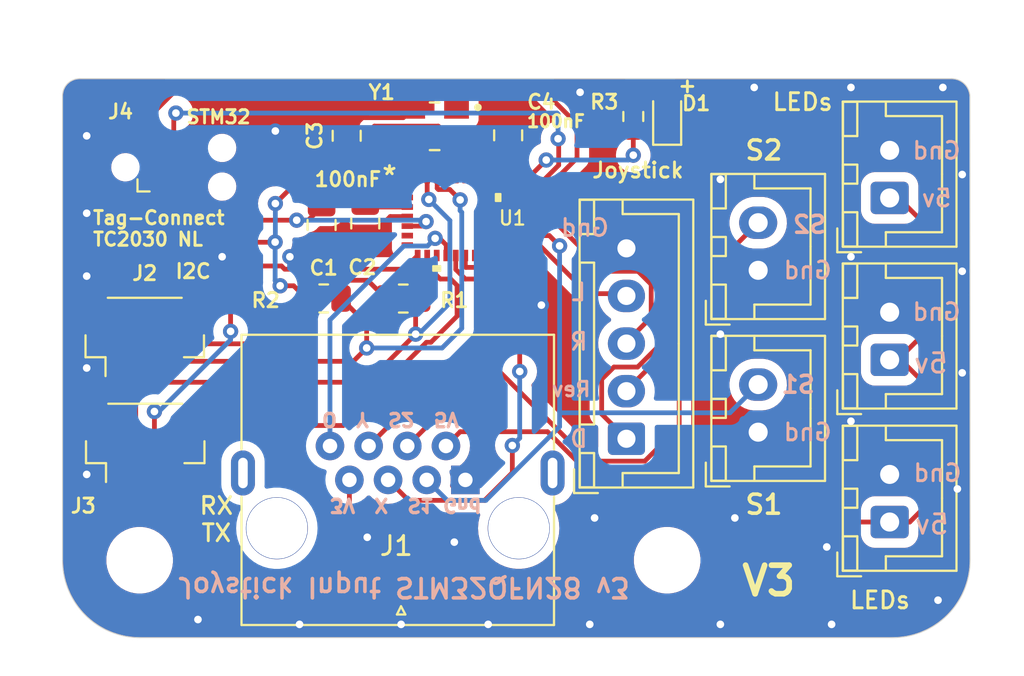
<source format=kicad_pcb>
(kicad_pcb (version 20221018) (generator pcbnew)
  (layers (0 "F.Cu" signal) (31 "B.Cu" signal) (34 "B.Paste" user) (35 "F.Paste" user) (36 "B.SilkS" user "B.Silkscreen") (37 "F.SilkS" user "F.Silkscreen") (38 "B.Mask" user) (39 "F.Mask" user) (44 "Edge.Cuts" user))
  (net 0 "")
  (net 1 "GND")
  (net 2 "+5V")
  (net 3 "+3V3")
  (net 4 "Other")
  (net 5 "JoyY")
  (net 6 "JoyX")
  (net 7 "Sound2")
  (net 8 "Sound1")
  (net 9 "LeftButton")
  (net 10 "DriveButton")
  (net 11 "RightButton")
  (net 12 "ReverseButton")
  (net 13 "SDA")
  (net 14 "SCL")
  (net 15 "TX")
  (net 16 "RX")
  (net 17 "/RESET")
  (net 18 "SWDIO")
  (net 19 "SWCLK")
  (net 21 "OscillatorIn")
  (net 30 "Net-(D1-A)")
  (net 31 "USER_LED")
  (footprint "MountingHole:MountingHole_3mm" (layer "F.Cu") (at 164.338 110.678)
    (fp_text reference "" (at 0 -4) (layer "F.SilkS"))
    (fp_text value "")
    (pad "" np_thru_hole circle (at 0 0) (size 3 3) (drill 3) (layers "*.Cu" "*.Mask"))
  )
  (footprint "MountingHole:MountingHole_3mm" (layer "F.Cu") (at 136.638 110.678)
    (fp_text reference "" (at 0 -4) (layer "F.SilkS"))
    (fp_text value "")
    (pad "" np_thru_hole circle (at 0 0) (size 3 3) (drill 3) (layers "*.Cu" "*.Mask"))
  )
  (footprint "Resistor_SMD:R_0805_2012Metric" (layer "F.Cu") (at 146.304 96.93148 180)
    (fp_text reference "R1" (at -6.858 -0.09652) (layer "F.SilkS") (effects (font (size 0.75 0.75))))
    (fp_text value "10K")
    (pad "1" smd roundrect (at -0.9125 0 180) (size 1.025 1.4) (layers "F.Cu" "F.Paste" "F.Mask") (roundrect_rratio 0.243902439) (net 14 "SCL"))
    (pad "2" smd roundrect (at 0.9125 0 180) (size 1.025 1.4) (layers "F.Cu" "F.Paste" "F.Mask") (roundrect_rratio 0.243902439) (net 3 "+3V3"))
  )
  (footprint "Resistor_SMD:R_0805_2012Metric" (layer "F.Cu") (at 150.4823 96.93656 180)
    (fp_text reference "R2" (at 7.2263 -0.09144) (layer "F.SilkS") (effects (font (size 0.75 0.75))))
    (fp_text value "10K")
    (pad "1" smd roundrect (at -0.9125 0 180) (size 1.025 1.4) (layers "F.Cu" "F.Paste" "F.Mask") (roundrect_rratio 0.243902439) (net 13 "SDA"))
    (pad "2" smd roundrect (at 0.9125 0 180) (size 1.025 1.4) (layers "F.Cu" "F.Paste" "F.Mask") (roundrect_rratio 0.243902439) (net 3 "+3V3"))
  )
  (footprint "Capacitor_SMD:C_0805_2012Metric" (layer "F.Cu") (at 146.19224 93.07322 -90)
    (fp_text reference "C1" (at 2.25298 -0.11176) (layer "F.SilkS") (effects (font (size 0.75 0.75))))
    (fp_text value "100nF")
    (pad "1" smd roundrect (at -0.95 0 270) (size 1 1.45) (layers "F.Cu" "F.Paste" "F.Mask") (net 17 "/RESET"))
    (pad "2" smd roundrect (at 0.95 0 270) (size 1 1.45) (layers "F.Cu" "F.Paste" "F.Mask") (net 1 "GND"))
  )
  (footprint "Capacitor_SMD:C_0805_2012Metric" (layer "F.Cu") (at 148.48586 92.99448 -90)
    (fp_text reference "C2" (at 2.30632 0.14986) (layer "F.SilkS") (effects (font (size 0.75 0.75))))
    (fp_text value "100nF")
    (pad "1" smd roundrect (at -0.95 0 270) (size 1 1.45) (layers "F.Cu" "F.Paste" "F.Mask") (net 3 "+3V3"))
    (pad "2" smd roundrect (at 0.95 0 270) (size 1 1.45) (layers "F.Cu" "F.Paste" "F.Mask") (net 1 "GND"))
  )
  (footprint "Capacitor_SMD:C_0805_2012Metric" (layer "F.Cu") (at 147.5105 88.38946 90)
    (fp_text reference "C3" (at 0 -1.68 90) (layer "F.SilkS") (effects (font (size 0.75 0.75))))
    (fp_text value "10uF")
    (pad "1" smd roundrect (at -0.95 0 90) (size 1 1.45) (layers "F.Cu" "F.Paste" "F.Mask") (net 3 "+3V3"))
    (pad "2" smd roundrect (at 0.95 0 90) (size 1 1.45) (layers "F.Cu" "F.Paste" "F.Mask") (net 1 "GND"))
  )
  (footprint "Connector_JST:JST_SH_BM04B-SRSS-TB_1x04-1MP_P1.00mm_Vertical" (layer "F.Cu") (at 136.906 98.9076)
    (fp_text reference "J2" (at 0 -3.3) (layer "F.SilkS") (effects (font (size 0.75 0.75))))
    (fp_text value "Conn_01x04_Male")
    (pad "1" smd roundrect (at -1.5 1.325) (size 0.6 1.55) (layers "F.Cu" "F.Paste" "F.Mask") (net 1 "GND"))
    (pad "2" smd roundrect (at -0.5 1.325) (size 0.6 1.55) (layers "F.Cu" "F.Paste" "F.Mask") (net 3 "+3V3"))
    (pad "3" smd roundrect (at 0.5 1.325) (size 0.6 1.55) (layers "F.Cu" "F.Paste" "F.Mask") (net 13 "SDA"))
    (pad "4" smd roundrect (at 1.5 1.325) (size 0.6 1.55) (layers "F.Cu" "F.Paste" "F.Mask") (net 14 "SCL"))
    (pad "MP" smd roundrect (at -2.8 -1.2) (size 1.2 1.8) (layers "F.Cu" "F.Paste" "F.Mask") (roundrect_rratio 0.2083333333))
    (pad "MP" smd roundrect (at 2.8 -1.2) (size 1.2 1.8) (layers "F.Cu" "F.Paste" "F.Mask") (roundrect_rratio 0.2083333333))
  )
  (footprint "Connector_JST:JST_SH_BM04B-SRSS-TB_1x04-1MP_P1.00mm_Vertical" (layer "F.Cu") (at 136.9314 104.4702)
    (fp_text reference "J3" (at -3.2512 3.3528) (layer "F.SilkS") (effects (font (size 0.75 0.75))))
    (fp_text value "Conn_01x04_Male")
    (pad "1" smd roundrect (at -1.5 1.325) (size 0.6 1.55) (layers "F.Cu" "F.Paste" "F.Mask") (net 1 "GND"))
    (pad "2" smd roundrect (at -0.5 1.325) (size 0.6 1.55) (layers "F.Cu" "F.Paste" "F.Mask") (net 3 "+3V3"))
    (pad "3" smd roundrect (at 0.5 1.325) (size 0.6 1.55) (layers "F.Cu" "F.Paste" "F.Mask") (net 15 "TX"))
    (pad "4" smd roundrect (at 1.5 1.325) (size 0.6 1.55) (layers "F.Cu" "F.Paste" "F.Mask") (net 16 "RX"))
    (pad "MP" smd roundrect (at -2.8 -1.2) (size 1.2 1.8) (layers "F.Cu" "F.Paste" "F.Mask") (roundrect_rratio 0.2083333333))
    (pad "MP" smd roundrect (at 2.8 -1.2) (size 1.2 1.8) (layers "F.Cu" "F.Paste" "F.Mask") (roundrect_rratio 0.2083333333))
  )
  (footprint "Connector:Tag-Connect_TC2030-IDC-NL_2x03_P1.27mm_Vertical" (layer "F.Cu") (at 138.43 90.043)
    (fp_text reference "J4" (at -2.794 -2.921) (layer "F.SilkS") (effects (font (size 0.75 0.75))))
    (fp_text value "TagConnect_TC2030-NL")
    (pad "" np_thru_hole circle (at -2.54 0) (size 0.9906 0.9906) (drill 0.9906) (layers "*.Cu" "*.Mask"))
    (pad "" np_thru_hole circle (at 2.54 -1.016) (size 0.9906 0.9906) (drill 0.9906) (layers "*.Cu" "*.Mask"))
    (pad "" np_thru_hole circle (at 2.54 1.016) (size 0.9906 0.9906) (drill 0.9906) (layers "*.Cu" "*.Mask"))
    (pad "1" connect circle (at -1.27 0.635) (size 0.7874 0.7874) (layers "F.Cu" "F.Mask") (net 3 "+3V3"))
    (pad "2" connect circle (at -1.27 -0.635) (size 0.7874 0.7874) (layers "F.Cu" "F.Mask") (net 18 "SWDIO"))
    (pad "3" connect circle (at 0 0.635) (size 0.7874 0.7874) (layers "F.Cu" "F.Mask") (net 17 "/RESET"))
    (pad "4" connect circle (at 0 -0.635) (size 0.7874 0.7874) (layers "F.Cu" "F.Mask") (net 19 "SWCLK"))
    (pad "5" connect circle (at 1.27 0.635) (size 0.7874 0.7874) (layers "F.Cu" "F.Mask") (net 1 "GND"))
    (pad "6" connect circle (at 1.27 -0.635) (size 0.7874 0.7874) (layers "F.Cu" "F.Mask"))
    (zone (net 0) (net_name "") (layer "F.Cu") (connect_pads (clearance 0)) (min_thickness 0.254)
      (keepout (tracks allowed) (vias not_allowed) (pads allowed) (copperpour not_allowed) (footprints not_allowed))
      (fill (thermal_gap 0.508) (thermal_bridge_width 0.508))
      (polygon (pts (xy 139.7 89.408) (xy 137.16 89.408) (xy 137.16 90.678) (xy 139.7 90.678)))
    )
  )
  (footprint "Useful Modifications:RJ45_x08_Tab_Up" (layer "F.Cu") (at 149.9616 110.0582)
    (fp_text reference "J1" (at 0.1524 -0.13208) (layer "F.SilkS"))
    (fp_text value "8P8C")
    (pad "" np_thru_hole circle (at -6.11832 -1.05918 180) (size 3.25 3.25) (drill 3.2) (layers "*.Cu" "*.Mask"))
    (pad "" np_thru_hole circle (at 6.58168 -1.05918 180) (size 3.25 3.25) (drill 3.200001) (layers "*.Cu" "*.Mask"))
    (pad "1" thru_hole rect (at 3.78098 -3.59918) (size 1.5 1.5) (drill 0.76) (layers "*.Cu" "*.Mask") (net 1 "GND"))
    (pad "2" thru_hole circle (at 2.76098 -5.37918) (size 1.5 1.5) (drill 0.76) (layers "*.Cu" "*.Mask") (net 2 "+5V"))
    (pad "3" thru_hole circle (at 1.75098 -3.59918) (size 1.5 1.5) (drill 0.76) (layers "*.Cu" "*.Mask") (net 8 "Sound1"))
    (pad "4" thru_hole circle (at 0.73098 -5.37918) (size 1.5 1.5) (drill 0.76) (layers "*.Cu" "*.Mask") (net 7 "Sound2"))
    (pad "5" thru_hole circle (at -0.27902 -3.59918) (size 1.5 1.5) (drill 0.76) (layers "*.Cu" "*.Mask") (net 6 "JoyX"))
    (pad "6" thru_hole circle (at -1.29902 -5.37918) (size 1.5 1.5) (drill 0.76) (layers "*.Cu" "*.Mask") (net 5 "JoyY"))
    (pad "7" thru_hole circle (at -2.30902 -3.59918) (size 1.5 1.5) (drill 0.76) (layers "*.Cu" "*.Mask") (net 3 "+3V3"))
    (pad "8" thru_hole circle (at -3.32902 -5.37918) (size 1.5 1.5) (drill 0.76) (layers "*.Cu" "*.Mask") (net 4 "Other"))
    (pad "9" thru_hole oval (at -7.89832 -3.96113 180) (size 1.259 2.362) (drill oval 0.5 1.6) (layers "*.Cu" "*.Mask"))
    (pad "10" thru_hole oval (at 8.36168 -3.96113 180) (size 1.259 2.362) (drill oval 0.5 1.6) (layers "*.Cu" "*.Mask"))
  )
  (footprint "Capacitor_SMD:C_0805_2012Metric" (layer "F.Cu") (at 155.98902 88.36406 -90)
    (fp_text reference "C4" (at -1.75006 -1.74498) (layer "F.SilkS") (effects (font (size 0.75 0.75))))
    (fp_text value "100nF")
    (pad "1" smd roundrect (at -0.95 0 270) (size 1 1.45) (layers "F.Cu" "F.Paste" "F.Mask") (net 1 "GND"))
    (pad "2" smd roundrect (at 0.95 0 270) (size 1 1.45) (layers "F.Cu" "F.Paste" "F.Mask") (net 3 "+3V3"))
  )
  (footprint "Useful Modifications:OSC_ECS-3225MVQ-160-BP-TR" (layer "F.Cu") (at 152.12822 87.89162 180)
    (fp_text reference "Y1" (at 2.77622 1.78562) (layer "F.SilkS") (effects (font (size 0.75 0.75))))
    (fp_text value "ECS-3225MVQ-160-BP-TR")
    (pad "1" smd rect (at -1.15 0.95 180) (size 1.3 1.1) (layers "F.Cu" "F.Paste" "F.Mask"))
    (pad "2" smd rect (at 1.15 0.95 180) (size 1.3 1.1) (layers "F.Cu" "F.Paste" "F.Mask") (net 1 "GND"))
    (pad "3" smd rect (at 1.15 -0.95 180) (size 1.3 1.1) (layers "F.Cu" "F.Paste" "F.Mask") (net 21 "OscillatorIn"))
    (pad "4" smd rect (at -1.15 -0.95 180) (size 1.3 1.1) (layers "F.Cu" "F.Paste" "F.Mask") (net 3 "+3V3"))
  )
  (footprint "Useful Modifications:STM32G031G8U6" (layer "F.Cu") (at 152.73782 92.63126)
    (fp_text reference "U1" (at 3.47218 0.07874) (layer "F.SilkS") (effects (font (size 0.75 0.7) (thickness 0.12) bold)))
    (fp_text value "STM32G031F4Px")
    (fp_text user "*" (at -2.979674 -2.13233) (layer "F.SilkS"))
    (pad "1" smd rect (at -2.0447 -1.50114 90) (size 0.299974 0.599948) (layers "F.Cu" "F.Paste" "F.Mask") (net 21 "OscillatorIn"))
    (pad "2" smd rect (at -2.0447 -1.00076 90) (size 0.299974 0.599948) (layers "F.Cu" "F.Paste" "F.Mask"))
    (pad "3" smd rect (at -2.0447 -0.50038 90) (size 0.299974 0.599948) (layers "F.Cu" "F.Paste" "F.Mask") (net 3 "+3V3"))
    (pad "4" smd rect (at -2.0447 0 90) (size 0.299974 0.599948) (layers "F.Cu" "F.Paste" "F.Mask") (net 1 "GND"))
    (pad "5" smd rect (at -2.0447 0.50038 90) (size 0.299974 0.599948) (layers "F.Cu" "F.Paste" "F.Mask") (net 17 "/RESET"))
    (pad "6" smd rect (at -2.0447 1.00076 90) (size 0.299974 0.599948) (layers "F.Cu" "F.Paste" "F.Mask"))
    (pad "7" smd rect (at -2.0447 1.50114 90) (size 0.299974 0.599948) (layers "F.Cu" "F.Paste" "F.Mask"))
    (pad "8" smd rect (at -1.50114 2.0447) (size 0.299974 0.599948) (layers "F.Cu" "F.Paste" "F.Mask") (net 15 "TX"))
    (pad "9" smd rect (at -1.00076 2.0447) (size 0.299974 0.599948) (layers "F.Cu" "F.Paste" "F.Mask") (net 16 "RX"))
    (pad "10" smd rect (at -0.50038 2.0447) (size 0.299974 0.599948) (layers "F.Cu" "F.Paste" "F.Mask"))
    (pad "11" smd rect (at 0 2.0447) (size 0.299974 0.599948) (layers "F.Cu" "F.Paste" "F.Mask") (net 4 "Other"))
    (pad "12" smd rect (at 0.50038 2.0447) (size 0.299974 0.599948) (layers "F.Cu" "F.Paste" "F.Mask") (net 5 "JoyY"))
    (pad "13" smd rect (at 1.00076 2.0447) (size 0.299974 0.599948) (layers "F.Cu" "F.Paste" "F.Mask") (net 7 "Sound2"))
    (pad "14" smd rect (at 1.50114 2.0447) (size 0.299974 0.599948) (layers "F.Cu" "F.Paste" "F.Mask") (net 6 "JoyX"))
    (pad "15" smd rect (at 2.0447 1.50114 90) (size 0.299974 0.599948) (layers "F.Cu" "F.Paste" "F.Mask") (net 9 "LeftButton"))
    (pad "16" smd rect (at 2.0447 1.00076 90) (size 0.299974 0.599948) (layers "F.Cu" "F.Paste" "F.Mask") (net 8 "Sound1"))
    (pad "17" smd rect (at 2.0447 0.50038 90) (size 0.299974 0.599948) (layers "F.Cu" "F.Paste" "F.Mask") (net 11 "RightButton"))
    (pad "18" smd rect (at 2.0447 0 90) (size 0.299974 0.599948) (layers "F.Cu" "F.Paste" "F.Mask") (net 10 "DriveButton"))
    (pad "19" smd rect (at 2.0447 -0.50038 90) (size 0.299974 0.599948) (layers "F.Cu" "F.Paste" "F.Mask") (net 12 "ReverseButton"))
    (pad "20" smd rect (at 2.0447 -1.00076 90) (size 0.299974 0.599948) (layers "F.Cu" "F.Paste" "F.Mask") (net 18 "SWDIO"))
    (pad "21" smd rect (at 2.0447 -1.50114 90) (size 0.299974 0.599948) (layers "F.Cu" "F.Paste" "F.Mask") (net 19 "SWCLK"))
    (pad "22" smd rect (at 1.50114 -2.0447) (size 0.299974 0.599948) (layers "F.Cu" "F.Paste" "F.Mask") (net 31 "USER_LED"))
    (pad "23" smd rect (at 1.00076 -2.0447) (size 0.299974 0.599948) (layers "F.Cu" "F.Paste" "F.Mask"))
    (pad "24" smd rect (at 0.50038 -2.0447) (size 0.299974 0.599948) (layers "F.Cu" "F.Paste" "F.Mask"))
    (pad "25" smd rect (at 0 -2.0447) (size 0.299974 0.599948) (layers "F.Cu" "F.Paste" "F.Mask"))
    (pad "26" smd rect (at -0.50038 -2.0447) (size 0.299974 0.599948) (layers "F.Cu" "F.Paste" "F.Mask") (net 14 "SCL"))
    (pad "27" smd rect (at -1.00076 -2.0447) (size 0.299974 0.599948) (layers "F.Cu" "F.Paste" "F.Mask") (net 13 "SDA"))
    (pad "28" smd rect (at -1.50114 -2.0447) (size 0.299974 0.599948) (layers "F.Cu" "F.Paste" "F.Mask"))
  )
  (footprint "Connector_JST:JST_XH_B5B-XH-A_1x05_P2.50mm_Vertical" (layer "F.Cu") (at 162.2 104.3 90)
    (fp_text reference "J5")
    (fp_text value "Conn_01x05_Male")
    (pad "1" thru_hole roundrect (at 0 0 90) (size 1.7 1.95) (drill 0.95) (layers "*.Cu" "*.Mask") (roundrect_rratio 0.1470588235) (net 10 "DriveButton"))
    (pad "2" thru_hole oval (at 2.5 0 90) (size 1.7 1.95) (drill 0.95) (layers "*.Cu" "*.Mask") (net 12 "ReverseButton"))
    (pad "3" thru_hole oval (at 5 0 90) (size 1.7 1.95) (drill 0.95) (layers "*.Cu" "*.Mask") (net 11 "RightButton"))
    (pad "4" thru_hole oval (at 7.5 0 90) (size 1.7 1.95) (drill 0.95) (layers "*.Cu" "*.Mask") (net 9 "LeftButton"))
    (pad "5" thru_hole oval (at 10 0 90) (size 1.7 1.95) (drill 0.95) (layers "*.Cu" "*.Mask") (net 1 "GND"))
  )
  (footprint "Connector_JST:JST_XH_B2B-XH-A_1x02_P2.50mm_Vertical" (layer "F.Cu") (at 169.118 103.954 90)
    (fp_text reference "J6")
    (fp_text value "Conn_01x02_Male")
    (pad "1" thru_hole roundrect (at 0 0 90) (size 1.7 2) (drill 1) (layers "*.Cu" "*.Mask") (roundrect_rratio 0.1470588235) (net 1 "GND"))
    (pad "2" thru_hole oval (at 2.5 0 90) (size 1.7 2) (drill 1) (layers "*.Cu" "*.Mask") (net 8 "Sound1"))
  )
  (footprint "Connector_JST:JST_XH_B2B-XH-A_1x02_P2.50mm_Vertical" (layer "F.Cu") (at 176.022 91.654 90)
    (fp_text reference "J7")
    (fp_text value "Conn_01x02_Male")
    (pad "1" thru_hole roundrect (at 0 0 90) (size 1.7 2) (drill 1) (layers "*.Cu" "*.Mask") (roundrect_rratio 0.1470588235) (net 2 "+5V"))
    (pad "2" thru_hole oval (at 2.5 0 90) (size 1.7 2) (drill 1) (layers "*.Cu" "*.Mask") (net 1 "GND"))
  )
  (footprint "Connector_JST:JST_XH_B2B-XH-A_1x02_P2.50mm_Vertical" (layer "F.Cu") (at 169.118 95.454 90)
    (fp_text reference "J8")
    (fp_text value "Conn_01x02_Male")
    (pad "1" thru_hole roundrect (at 0 0 90) (size 1.7 2) (drill 1) (layers "*.Cu" "*.Mask") (roundrect_rratio 0.1470588235) (net 1 "GND"))
    (pad "2" thru_hole oval (at 2.5 0 90) (size 1.7 2) (drill 1) (layers "*.Cu" "*.Mask") (net 7 "Sound2"))
  )
  (footprint "Connector_JST:JST_XH_B2B-XH-A_1x02_P2.50mm_Vertical" (layer "F.Cu") (at 176.022 100.154 90)
    (fp_text reference "J9")
    (fp_text value "Conn_01x02_Male")
    (pad "1" thru_hole roundrect (at 0 0 90) (size 1.7 2) (drill 1) (layers "*.Cu" "*.Mask") (roundrect_rratio 0.1470588235) (net 2 "+5V"))
    (pad "2" thru_hole oval (at 2.5 0 90) (size 1.7 2) (drill 1) (layers "*.Cu" "*.Mask") (net 1 "GND"))
  )
  (footprint "Connector_JST:JST_XH_B2B-XH-A_1x02_P2.50mm_Vertical" (layer "F.Cu") (at 176.022 108.672 90)
    (fp_text reference "J10")
    (fp_text value "Conn_01x02_Male")
    (pad "1" thru_hole roundrect (at 0 0 90) (size 1.7 2) (drill 1) (layers "*.Cu" "*.Mask") (roundrect_rratio 0.1470588235) (net 2 "+5V"))
    (pad "2" thru_hole oval (at 2.5 0 90) (size 1.7 2) (drill 1) (layers "*.Cu" "*.Mask") (net 1 "GND"))
  )
  (footprint "Resistor_SMD:R_0603_1608Metric" (layer "F.Cu") (at 162.56 87.376 -90)
    (fp_text reference "R3" (at -0.762 1.524 -180) (layer "F.SilkS") (effects (font (size 0.75 0.75))))
    (fp_text value "470")
    (pad "1" smd roundrect (at -0.825 0 270) (size 0.8 0.95) (layers "F.Cu" "F.Paste" "F.Mask") (net 30 "Net-(D1-A)"))
    (pad "2" smd roundrect (at 0.825 0 270) (size 0.8 0.95) (layers "F.Cu" "F.Paste" "F.Mask") (net 31 "USER_LED"))
  )
  (footprint "LED_SMD:LED_0603_1608Metric" (layer "F.Cu") (at 164.338 87.376 90)
    (fp_text reference "D1" (at 0.6858 1.524 180) (layer "F.SilkS") (effects (font (size 0.75 0.75))))
    (fp_text value "LED_Small")
    (pad "1" smd roundrect (at -0.7875 0 90) (size 0.875 0.95) (layers "F.Cu" "F.Paste" "F.Mask") (net 1 "GND"))
    (pad "2" smd roundrect (at 0.7875 0 90) (size 0.875 0.95) (layers "F.Cu" "F.Paste" "F.Mask") (net 30 "Net-(D1-A)"))
  )
  (gr_arc (start 136.652 114.7445) (mid 133.778318 113.554182) (end 132.588 110.6805) (stroke (width 0.05)) (layer "Edge.Cuts"))
  (gr_line (start 180.23994 86.36) (end 180.250164 110.6678) (stroke (width 0.05)) (layer "Edge.Cuts"))
  (gr_line (start 132.588 110.6805) (end 132.588 86.296602) (stroke (width 0.05)) (layer "Edge.Cuts"))
  (gr_arc (start 179.279873 85.389743) (mid 179.960853 85.676035) (end 180.23994 86.36) (stroke (width 0.05)) (layer "Edge.Cuts"))
  (gr_arc (start 180.250164 110.67034) (mid 179.048758 113.559322) (end 176.15308 114.7445) (stroke (width 0.05)) (layer "Edge.Cuts"))
  (gr_line (start 176.15308 114.7445) (end 136.652 114.7445) (stroke (width 0.05)) (layer "Edge.Cuts"))
  (gr_line (start 179.27982 85.38972) (end 133.489685 85.38972) (stroke (width 0.05)) (layer "Edge.Cuts"))
  (gr_arc (start 132.588 86.296602) (mid 132.850257 85.655657) (end 133.489685 85.38972) (stroke (width 0.05)) (layer "Edge.Cuts"))
  (gr_text "   3V  X  S1 Gnd\n\n\n\nO  Y  S2  5V" (at 149.8092 105.537 180) (layer "B.SilkS") (effects (font (size 0.7 0.7) (thickness 0.175)) (justify mirror)))
  (gr_text "Gnd" (at 178.4858 89.1686) (layer "B.SilkS") (effects (font (size 0.889 0.889) (thickness 0.1524)) (justify mirror)))
  (gr_text "Rev" (at 159.3 101.7) (layer "B.SilkS") (effects (font (size 0.762 0.762) (thickness 0.1524)) (justify mirror)))
  (gr_text "R" (at 159.7 99.2) (layer "B.SilkS") (effects (font (size 0.889 0.889) (thickness 0.1524)) (justify mirror)))
  (gr_text "D" (at 159.7 104.3) (layer "B.SilkS") (effects (font (size 0.889 0.889) (thickness 0.1524)) (justify mirror)))
  (gr_text "L" (at 159.7 96.6) (layer "B.SilkS") (effects (font (size 0.889 0.889) (thickness 0.1524)) (justify mirror)))
  (gr_text "Gnd" (at 160.02 93.218) (layer "B.SilkS") (effects (font (size 0.889 0.889) (thickness 0.1524)) (justify mirror)))
  (gr_text "S2" (at 171.818 93.054) (layer "B.SilkS") (effects (font (size 0.889 0.889) (thickness 0.1875)) (justify mirror)))
  (gr_text "5v" (at 178.4858 91.6686) (layer "B.SilkS") (effects (font (size 0.889 0.889) (thickness 0.1524)) (justify mirror)))
  (gr_text "Gnd" (at 171.718 103.954) (layer "B.SilkS") (effects (font (size 0.889 0.889) (thickness 0.1524)) (justify mirror)))
  (gr_text "Gnd" (at 178.5366 106.0958) (layer "B.SilkS") (effects (font (size 0.889 0.889) (thickness 0.1524)) (justify mirror)))
  (gr_text "Gnd" (at 178.4858 97.6376) (layer "B.SilkS") (effects (font (size 0.889 0.889) (thickness 0.1524)) (justify mirror)))
  (gr_text "Gnd" (at 171.718 95.454) (layer "B.SilkS") (effects (font (size 0.889 0.889) (thickness 0.1524)) (justify mirror)))
  (gr_text "Joystick Input STM32QFN28 v3" (at 150.5 112.1 180) (layer "B.SilkS") (effects (font (size 1.016 1.016) (thickness 0.1875)) (justify mirror)))
  (gr_text "5v" (at 178.1858 100.3376) (layer "B.SilkS") (effects (font (size 1.016 1.016) (thickness 0.1524)) (justify mirror)))
  (gr_text "S1" (at 171.218 101.454) (layer "B.SilkS") (effects (font (size 0.889 0.889) (thickness 0.1875)) (justify mirror)))
  (gr_text "5v" (at 178.2366 108.7958) (layer "B.SilkS") (effects (font (size 1.016 1.016) (thickness 0.1524)) (justify mirror)))
  (gr_text "I2C" (at 139.446 95.504) (layer "F.SilkS") (effects (font (size 0.75 0.75) (thickness 0.1524))))
  (gr_text "RX\nTX" (at 140.6652 108.5342) (layer "F.SilkS") (effects (font (size 0.889 0.889) (thickness 0.1524))))
  (gr_text "S2" (at 169.418 89.154) (layer "F.SilkS") (effects (font (size 1 1) (thickness 0.1875))))
  (gr_text "LEDs" (at 171.45 86.614) (layer "F.SilkS") (effects (font (size 0.889 0.889) (thickness 0.1524))))
  (gr_text "LEDs" (at 175.514 112.776) (layer "F.SilkS") (effects (font (size 0.889 0.889) (thickness 0.1524))))
  (gr_text "Joystick" (at 162.8 90.2) (layer "F.SilkS") (effects (font (size 0.8 0.8) (thickness 0.15) bold)))
  (gr_text "STM32" (at 139.0142 87.8078) (layer "F.SilkS") (effects (font (size 0.7 0.7)) (justify left bottom)))
  (gr_text "100nF" (at 147.574 90.678) (layer "F.SilkS") (effects (font (size 0.75 0.75) (thickness 0.15) bold)))
  (gr_text "100nF" (at 158.496 87.63) (layer "F.SilkS") (effects (font (size 0.65 0.65) (thickness 0.15) bold)))
  (gr_text "V3" (at 169.672 111.76) (layer "F.SilkS") (effects (font (size 1.5 1.5) (thickness 0.3))))
  (gr_text "Tag-Connect\nTC2030 NL" (at 134.112 94.234) (layer "F.SilkS") (effects (font (size 0.7 0.7)) (justify left bottom)))
  (gr_text "S1" (at 169.418 107.754) (layer "F.SilkS") (effects (font (size 1 1) (thickness 0.1875))))
  (gr_text "+" (at 165.9636 86.1822) (layer "F.SilkS") (effects (font (size 0.75 0.75) (thickness 0.15) bold) (justify left bottom mirror)))
  (segment (start 149.79908 92.63126) (end 148.48586 93.94448) (width 0.25) (layer "F.Cu") (net 1))
  (segment (start 143.764 89.662) (end 143.764 88.138) (width 0.25) (layer "F.Cu") (net 1))
  (segment (start 155.98902 87.41406) (end 154.97806 87.41406) (width 0.25) (layer "F.Cu") (net 1))
  (segment (start 151.81384 86.106) (end 150.97822 86.94162) (width 0.25) (layer "F.Cu") (net 1))
  (segment (start 154.97806 87.41406) (end 154.97806 86.93146) (width 0.25) (layer "F.Cu") (net 1))
  (segment (start 148.40712 94.02322) (end 148.48586 93.94448) (width 0.25) (layer "F.Cu") (net 1))
  (segment (start 147.5105 87.43946) (end 150.48038 87.43946) (width 0.25) (layer "F.Cu") (net 1))
  (segment (start 150.48038 87.43946) (end 150.97822 86.94162) (width 0.25) (layer "F.Cu") (net 1))
  (segment (start 139.7 90.678) (end 139.7 91.234775) (width 0.25) (layer "F.Cu") (net 1))
  (segment (start 139.7 91.234775) (end 140.667225 92.202) (width 0.25) (layer "F.Cu") (net 1))
  (segment (start 140.667225 92.202) (end 141.224 92.202) (width 0.25) (layer "F.Cu") (net 1))
  (segment (start 146.19224 94.02322) (end 145.24478 94.02322) (width 0.25) (layer "F.Cu") (net 1))
  (segment (start 154.1526 86.106) (end 151.81384 86.106) (width 0.25) (layer "F.Cu") (net 1))
  (segment (start 145.24478 94.02322) (end 144.526 94.742) (width 0.25) (layer "F.Cu") (net 1))
  (segment (start 144.46254 87.43946) (end 143.764 88.138) (width 0.25) (layer "F.Cu") (net 1))
  (segment (start 146.19224 94.02322) (end 148.40712 94.02322) (width 0.25) (layer "F.Cu") (net 1))
  (segment (start 147.5105 87.43946) (end 144.46254 87.43946) (width 0.25) (layer "F.Cu") (net 1))
  (segment (start 154.97806 86.93146) (end 154.1526 86.106) (width 0.25) (layer "F.Cu") (net 1))
  (segment (start 150.69312 92.63126) (end 149.79908 92.63126) (width 0.25) (layer "F.Cu") (net 1))
  (segment (start 141.224 92.202) (end 143.764 89.662) (width 0.25) (layer "F.Cu") (net 1))
  (via (at 133.858 92.456) (size 0.8) (drill 0.4) (layers "F.Cu" "B.Cu") (net 1))
  (via (at 148.59 109.474) (size 0.8) (drill 0.4) (layers "F.Cu" "B.Cu") (net 1))
  (via (at 172.72 109.982) (size 0.8) (drill 0.4) (layers "F.Cu" "B.Cu") (net 1))
  (via (at 179.832 90.424) (size 0.8) (drill 0.4) (layers "F.Cu" "B.Cu") (net 1))
  (via (at 168.91 85.852) (size 0.8) (drill 0.4) (layers "F.Cu" "B.Cu") (net 1))
  (via (at 145.034 114.046) (size 0.8) (drill 0.4) (layers "F.Cu" "B.Cu") (net 1))
  (via (at 160.528 108.458) (size 0.8) (drill 0.4) (layers "F.Cu" "B.Cu") (net 1))
  (via (at 144.526 94.742) (size 0.8) (drill 0.4) (layers "F.Cu" "B.Cu") (net 1))
  (via (at 179.578 106.934) (size 0.8) (drill 0.4) (layers "F.Cu" "B.Cu") (net 1))
  (via (at 173.99 85.852) (size 0.8) (drill 0.4) (layers "F.Cu" "B.Cu") (net 1))
  (via (at 150.368 114.046) (size 0.8) (drill 0.4) (layers "F.Cu" "B.Cu") (net 1))
  (via (at 173.99 94.742) (size 0.8) (drill 0.4) (layers "F.Cu" "B.Cu") (net 1))
  (via (at 133.858 95.758) (size 0.8) (drill 0.4) (layers "F.Cu" "B.Cu") (net 1))
  (via (at 179.832 100.838) (size 0.8) (drill 0.4) (layers "F.Cu" "B.Cu") (net 1))
  (via (at 140.97 94.742) (size 0.8) (drill 0.4) (layers "F.Cu" "B.Cu") (net 1))
  (via (at 178.816 85.852) (size 0.8) (drill 0.4) (layers "F.Cu" "B.Cu") (net 1))
  (via (at 173.99 103.378) (size 0.8) (drill 0.4) (layers "F.Cu" "B.Cu") (net 1))
  (via (at 159.766 86.106) (size 0.8) (drill 0.4) (layers "F.Cu" "B.Cu") (net 1))
  (via (at 167.132 114.046) (size 0.8) (drill 0.4) (layers "F.Cu" "B.Cu") (net 1))
  (via (at 179.832 95.504) (size 0.8) (drill 0.4) (layers "F.Cu" "B.Cu") (net 1))
  (via (at 133.858 88.392) (size 0.8) (drill 0.4) (layers "F.Cu" "B.Cu") (net 1))
  (via (at 133.858 106.172) (size 0.8) (drill 0.4) (layers "F.Cu" "B.Cu") (net 1))
  (via (at 153.162 109.728) (size 0.8) (drill 0.4) (layers "F.Cu" "B.Cu") (net 1))
  (via (at 157.734 97.282) (size 0.8) (drill 0.4) (layers "F.Cu" "B.Cu") (net 1))
  (via (at 167.132 90.678) (size 0.8) (drill 0.4) (layers "F.Cu" "B.Cu") (net 1))
  (via (at 154.94 114.046) (size 0.8) (drill 0.4) (layers "F.Cu" "B.Cu") (net 1))
  (via (at 178.562 112.776) (size 0.8) (drill 0.4) (layers "F.Cu" "B.Cu") (net 1))
  (via (at 160.274 114.046) (size 0.8) (drill 0.4) (layers "F.Cu" "B.Cu") (net 1))
  (via (at 143.764 88.138) (size 0.8) (drill 0.4) (layers "F.Cu" "B.Cu") (net 1))
  (via (at 139.7 113.792) (size 0.8) (drill 0.4) (layers "F.Cu" "B.Cu") (net 1))
  (via (at 172.974 114.046) (size 0.8) (drill 0.4) (layers "F.Cu" "B.Cu") (net 1))
  (via (at 167.132 98.806) (size 0.8) (drill 0.4) (layers "F.Cu" "B.Cu") (net 1))
  (via (at 167.894 108.458) (size 0.8) (drill 0.4) (layers "F.Cu" "B.Cu") (net 1))
  (via (at 133.858 100.584) (size 0.8) (drill 0.4) (layers "F.Cu" "B.Cu") (net 1))
  (segment (start 168.9862 107.0102) (end 161.137777 107.0102) (width 0.25) (layer "F.Cu") (net 2))
  (segment (start 161.137777 107.0102) (end 158.056597 103.92902) (width 0.25) (layer "F.Cu") (net 2))
  (segment (start 176.022 100.154) (end 176.608 100.154) (width 0.25) (layer "F.Cu") (net 2))
  (segment (start 153.47258 103.92902) (end 152.72258 104.67902) (width 0.25) (layer "F.Cu") (net 2))
  (segment (start 178.054 93.218) (end 178.054 98.552) (width 0.25) (layer "F.Cu") (net 2))
  (segment (start 170.648 108.672) (end 168.9862 107.0102) (width 0.25) (layer "F.Cu") (net 2))
  (segment (start 158.056597 103.92902) (end 153.47258 103.92902) (width 0.25) (layer "F.Cu") (net 2))
  (segment (start 178.054 98.552) (end 176.452 100.154) (width 0.25) (layer "F.Cu") (net 2))
  (segment (start 176.022 108.672) (end 170.648 108.672) (width 0.25) (layer "F.Cu") (net 2))
  (segment (start 176.022 91.654) (end 176.49 91.654) (width 0.25) (layer "F.Cu") (net 2))
  (segment (start 176.452 100.154) (end 176.022 100.154) (width 0.25) (layer "F.Cu") (net 2))
  (segment (start 176.49 91.654) (end 178.054 93.218) (width 0.25) (layer "F.Cu") (net 2))
  (segment (start 178.054 107.696) (end 177.078 108.672) (width 0.25) (layer "F.Cu") (net 2))
  (segment (start 177.078 108.672) (end 176.022 108.672) (width 0.25) (layer "F.Cu") (net 2))
  (segment (start 178.054 101.6) (end 178.054 107.696) (width 0.25) (layer "F.Cu") (net 2))
  (segment (start 176.608 100.154) (end 178.054 101.6) (width 0.25) (layer "F.Cu") (net 2))
  (segment (start 139.446 107.95) (end 139.446 107.188) (width 0.25) (layer "F.Cu") (net 3))
  (segment (start 155.98902 89.31406) (end 155.51658 88.84162) (width 0.25) (layer "F.Cu") (net 3))
  (segment (start 147.5105 89.33946) (end 146.37254 89.33946) (width 0.25) (layer "F.Cu") (net 3))
  (segment (start 136.43356 93.18244) (end 137.16 92.456) (width 0.25) (layer "F.Cu") (net 3))
  (segment (start 139.446 107.188) (end 137.476444 107.188) (width 0.25) (layer "F.Cu") (net 3))
  (segment (start 136.43356 93.98) (end 136.43356 93.18244) (width 0.25) (layer "F.Cu") (net 3))
  (segment (start 146.3465 95.97648) (end 145.3915 96.93148) (width 0.25) (layer "F.Cu") (net 3))
  (segment (start 136.406 98.69386) (end 136.43356 98.6663) (width 0.25) (layer "F.Cu") (net 3))
  (segment (start 155.51658 88.84162) (end 153.27822 88.84162) (width 0.25) (layer "F.Cu") (net 3))
  (segment (start 148.96596 87.884) (end 147.5105 89.33946) (width 0.25) (layer "F.Cu") (net 3))
  (segment (start 136.43356 93.98) (end 143.745013 93.98) (width 0.25) (layer "F.Cu") (net 3))
  (segment (start 152.3206 87.884) (end 148.96596 87.884) (width 0.25) (layer "F.Cu") (net 3))
  (segment (start 148.48586 90.31482) (end 147.5105 89.33946) (width 0.25) (layer "F.Cu") (net 3))
  (segment (start 150.69312 92.13088) (end 148.57226 92.13088) (width 0.25) (layer "F.Cu") (net 3))
  (segment (start 149.5698 96.93656) (end 148.60972 95.97648) (width 0.25) (layer "F.Cu") (net 3))
  (segment (start 143.00898 99.314) (end 138.835156 99.314) (width 0.25) (layer "F.Cu") (net 3))
  (segment (start 153.27822 88.84162) (end 152.3206 87.884) (width 0.25) (layer "F.Cu") (net 3))
  (segment (start 143.002 111.506) (end 139.446 107.95) (width 0.25) (layer "F.Cu") (net 3))
  (segment (start 144.018 96.266) (end 144.72602 96.266) (width 0.25) (layer "F.Cu") (net 3))
  (segment (start 144.78 111.506) (end 143.002 111.506) (width 0.25) (layer "F.Cu") (net 3))
  (segment (start 146.37254 89.33946) (end 143.764 91.948) (width 0.25) (layer "F.Cu") (net 3))
  (segment (start 138.073156 98.552) (end 136.43356 98.552) (width 0.25) (layer "F.Cu") (net 3))
  (segment (start 148.48586 92.04448) (end 148.48586 90.31482) (width 0.25) (layer "F.Cu") (net 3))
  (segment (start 138.835156 99.314) (end 138.073156 98.552) (width 0.25) (layer "F.Cu") (net 3))
  (segment (start 136.406 100.2326) (end 136.4314 100.258) (width 0.25) (layer "F.Cu") (net 3))
  (segment (start 148.57226 92.13088) (end 148.48586 92.04448) (width 0.25) (layer "F.Cu") (net 3))
  (segment (start 137.476444 107.188) (end 136.4314 106.142956) (width 0.25) (layer "F.Cu") (net 3))
  (segment (start 147.65258 106.45902) (end 147.65258 108.63342) (width 0.25) (layer "F.Cu") (net 3))
  (segment (start 136.4314 106.142956) (end 136.4314 105.7952) (width 0.25) (layer "F.Cu") (net 3))
  (segment (start 136.43356 98.552) (end 136.43356 93.98) (width 0.25) (layer "F.Cu") (net 3))
  (segment (start 136.406 100.2326) (end 136.406 98.69386) (width 0.25) (layer "F.Cu") (net 3))
  (segment (start 147.65258 108.63342) (end 144.78 111.506) (width 0.25) (layer "F.Cu") (net 3))
  (segment (start 145.3915 96.93148) (end 143.00898 99.314) (width 0.25) (layer "F.Cu") (net 3))
  (segment (start 148.60972 95.97648) (end 146.3465 95.97648) (width 0.25) (layer "F.Cu") (net 3))
  (segment (start 144.72602 96.266) (end 145.3915 96.93148) (width 0.25) (layer "F.Cu") (net 3))
  (segment (start 143.745013 93.98) (end 143.752608 93.972405) (width 0.25) (layer "F.Cu") (net 3))
  (segment (start 136.4314 100.258) (end 136.4314 105.7952) (width 0.25) (layer "F.Cu") (net 3))
  (segment (start 137.16 92.456) (end 137.16 90.678) (width 0.25) (layer "F.Cu") (net 3))
  (segment (start 136.43356 98.6663) (end 136.43356 98.552) (width 0.25) (layer "F.Cu") (net 3))
  (via (at 144.018 96.266) (size 0.8) (drill 0.4) (layers "F.Cu" "B.Cu") (net 3))
  (via (at 143.764 91.948) (size 0.8) (drill 0.4) (layers "F.Cu" "B.Cu") (net 3))
  (via (at 143.752608 93.972405) (size 0.8) (drill 0.4) (layers "F.Cu" "B.Cu") (net 3))
  (segment (start 144.018 96.266) (end 143.752608 96.000608) (width 0.25) (layer "B.Cu") (net 3))
  (segment (start 143.764 91.948) (end 143.764 93.961013) (width 0.25) (layer "B.Cu") (net 3))
  (segment (start 143.764 93.961013) (end 143.752608 93.972405) (width 0.25) (layer "B.Cu") (net 3))
  (segment (start 143.752608 96.000608) (end 143.752608 93.972405) (width 0.25) (layer "B.Cu") (net 3))
  (segment (start 152.73782 94.67596) (end 152.73782 94.125986) (width 0.25) (layer "F.Cu") (net 4))
  (segment (start 152.73782 94.125986) (end 152.387818 93.775984) (width 0.25) (layer "F.Cu") (net 4))
  (segment (start 152.387818 93.775984) (end 152.154022 93.775984) (width 0.25) (layer "F.Cu") (net 4))
  (via (at 152.154022 93.775984) (size 0.8) (drill 0.4) (layers "F.Cu" "B.Cu") (net 4))
  (segment (start 146.63258 98.05832) (end 146.63258 104.67902) (width 0.25) (layer "B.Cu") (net 4))
  (segment (start 152.154022 93.775984) (end 151.754023 94.175983) (width 0.25) (layer "B.Cu") (net 4))
  (segment (start 151.754023 94.175983) (end 150.514917 94.175983) (width 0.25) (layer "B.Cu") (net 4))
  (segment (start 150.514917 94.175983) (end 146.63258 98.05832) (width 0.25) (layer "B.Cu") (net 4))
  (segment (start 154.0002 100.72878) (end 152.61282 100.72878) (width 0.25) (layer "F.Cu") (net 5))
  (segment (start 153.2382 94.67596) (end 153.2382 95.409887) (width 0.25) (layer "F.Cu") (net 5))
  (segment (start 153.2382 95.409887) (end 153.739863 95.91155) (width 0.25) (layer "F.Cu") (net 5))
  (segment (start 153.739863 95.91155) (end 155.018724 95.91155) (width 0.25) (layer "F.Cu") (net 5))
  (segment (start 152.61282 100.72878) (end 148.66258 104.67902) (width 0.25) (layer "F.Cu") (net 5))
  (segment (start 155.35576 99.37322) (end 154.0002 100.72878) (width 0.25) (layer "F.Cu") (net 5))
  (segment (start 155.018724 95.91155) (end 155.35576 96.248586) (width 0.25) (layer "F.Cu") (net 5))
  (segment (start 155.35576 96.248586) (end 155.35576 99.37322) (width 0.25) (layer "F.Cu") (net 5))
  (segment (start 149.68258 106.45902) (end 150.757581 107.534021) (width 0.25) (layer "F.Cu") (net 6))
  (segment (start 154.23896 94.67596) (end 155.061664 94.67596) (width 0.25) (layer "F.Cu") (net 6))
  (segment (start 156.59608 96.210376) (end 156.59608 100.76688) (width 0.25) (layer "F.Cu") (net 6))
  (segment (start 154.752581 107.534021) (end 156.208165 106.078437) (width 0.25) (layer "F.Cu") (net 6))
  (segment (start 156.208165 106.078437) (end 156.208165 104.65352) (width 0.25) (layer "F.Cu") (net 6))
  (segment (start 150.757581 107.534021) (end 154.752581 107.534021) (width 0.25) (layer "F.Cu") (net 6))
  (segment (start 155.061664 94.67596) (end 156.59608 96.210376) (width 0.25) (layer "F.Cu") (net 6))
  (via (at 156.59608 100.76688) (size 0.8) (drill 0.4) (layers "F.Cu" "B.Cu") (net 6))
  (via (at 156.208165 104.65352) (size 0.8) (drill 0.4) (layers "F.Cu" "B.Cu") (net 6))
  (segment (start 156.59608 104.265605) (end 156.208165 104.65352) (width 0.25) (layer "B.Cu") (net 6))
  (segment (start 156.59608 100.76688) (end 156.59608 104.265605) (width 0.25) (layer "B.Cu") (net 6))
  (segment (start 160.238267 105.475) (end 155.2448 100.481533) (width 0.25) (layer "F.Cu") (net 7))
  (segment (start 164.971501 97.100499) (end 164.971501 103.666672) (width 0.25) (layer "F.Cu") (net 7))
  (segment (start 153.73858 95.274563) (end 153.764464 95.300445) (width 0.25) (layer "F.Cu") (net 7))
  (segment (start 169.118 92.954) (end 164.971501 97.100499) (width 0.25) (layer "F.Cu") (net 7))
  (segment (start 164.971501 103.666672) (end 163.163173 105.475) (width 0.25) (layer "F.Cu") (net 7))
  (segment (start 163.163173 105.475) (end 160.238267 105.475) (width 0.25) (layer "F.Cu") (net 7))
  (segment (start 153.764464 95.300445) (end 155.043323 95.300445) (width 0.25) (layer "F.Cu") (net 7))
  (segment (start 155.805271 99.566329) (end 150.69258 104.67902) (width 0.25) (layer "F.Cu") (net 7))
  (segment (start 153.73858 94.67596) (end 153.73858 95.274563) (width 0.25) (layer "F.Cu") (net 7))
  (segment (start 155.2448 100.481533) (end 155.2448 100.1268) (width 0.25) (layer "F.Cu") (net 7))
  (segment (start 155.805271 96.062393) (end 155.805271 99.566329) (width 0.25) (layer "F.Cu") (net 7))
  (segment (start 155.043323 95.300445) (end 155.805271 96.062393) (width 0.25) (layer "F.Cu") (net 7))
  (segment (start 158.15202 93.63202) (end 158.69 94.17) (width 0.25) (layer "F.Cu") (net 8))
  (segment (start 154.78252 93.63202) (end 158.15202 93.63202) (width 0.25) (layer "F.Cu") (net 8))
  (via (at 158.69 94.17) (size 0.8) (drill 0.4) (layers "F.Cu" "B.Cu") (net 8))
  (segment (start 167.637 102.935) (end 158.755 102.935) (width 0.25) (layer "B.Cu") (net 8))
  (segment (start 158.69 102.87) (end 158.69 94.17) (width 0.25) (layer "B.Cu") (net 8))
  (segment (start 158.69 103.6616) (end 158.69 102.87) (width 0.25) (layer "B.Cu") (net 8))
  (segment (start 158.755 102.935) (end 158.69 102.87) (width 0.25) (layer "B.Cu") (net 8))
  (segment (start 154.81758 107.53402) (end 158.69 103.6616) (width 0.25) (layer "B.Cu") (net 8))
  (segment (start 169.118 101.454) (end 167.637 102.935) (width 0.25) (layer "B.Cu") (net 8))
  (segment (start 152.78758 107.53402) (end 154.81758 107.53402) (width 0.25) (layer "B.Cu") (net 8))
  (segment (start 151.71258 106.45902) (end 152.78758 107.53402) (width 0.25) (layer "B.Cu") (net 8))
  (segment (start 154.78252 94.1324) (end 157.6278 94.1324) (width 0.25) (layer "F.Cu") (net 9))
  (segment (start 160.1754 96.68) (end 162.2 96.68) (width 0.25) (layer "F.Cu") (net 9))
  (segment (start 157.6278 94.1324) (end 160.1754 96.68) (width 0.25) (layer "F.Cu") (net 9))
  (segment (start 160.89999 102.99999) (end 162.2 104.3) (width 0.25) (layer "F.Cu") (net 10))
  (segment (start 164.084 99.2378) (end 162.7886 100.5332) (width 0.25) (layer "F.Cu") (net 10))
  (segment (start 154.78252 92.63126) (end 163.03126 92.63126) (width 0.25) (layer "F.Cu") (net 10))
  (segment (start 162.7886 100.5332) (end 161.544 100.5332) (width 0.25) (layer "F.Cu") (net 10))
  (segment (start 164.084 93.684) (end 164.084 99.2378) (width 0.25) (layer "F.Cu") (net 10))
  (segment (start 163.03126 92.63126) (end 164.084 93.684) (width 0.25) (layer "F.Cu") (net 10))
  (segment (start 160.89999 101.17721) (end 160.89999 102.99999) (width 0.25) (layer "F.Cu") (net 10))
  (segment (start 161.544 100.5332) (end 160.89999 101.17721) (width 0.25) (layer "F.Cu") (net 10))
  (segment (start 162.811705 95.50499) (end 163.5 96.193285) (width 0.25) (layer "F.Cu") (net 11))
  (segment (start 157.373806 93.10049) (end 158.63249 93.10049) (width 0.25) (layer "F.Cu") (net 11))
  (segment (start 163.5 97.92) (end 162.2 99.22) (width 0.25) (layer "F.Cu") (net 11))
  (segment (start 163.5 96.193285) (end 163.5 97.92) (width 0.25) (layer "F.Cu") (net 11))
  (segment (start 154.78252 93.13164) (end 157.342656 93.13164) (width 0.25) (layer "F.Cu") (net 11))
  (segment (start 161.03699 95.50499) (end 162.811705 95.50499) (width 0.25) (layer "F.Cu") (net 11))
  (segment (start 157.342656 93.13164) (end 157.373806 93.10049) (width 0.25) (layer "F.Cu") (net 11))
  (segment (start 158.63249 93.10049) (end 161.03699 95.50499) (width 0.25) (layer "F.Cu") (net 11))
  (segment (start 162.2 101.76) (end 164.592 99.368) (width 0.25) (layer "F.Cu") (net 12))
  (segment (start 164.592 99.368) (end 164.592 93.555589) (width 0.25) (layer "F.Cu") (net 12))
  (segment (start 163.167291 92.13088) (end 154.78252 92.13088) (width 0.25) (layer "F.Cu") (net 12))
  (segment (start 164.592 93.555589) (end 163.167291 92.13088) (width 0.25) (layer "F.Cu") (net 12))
  (segment (start 137.73101 101.33261) (end 137.406 101.0076) (width 0.25) (layer "F.Cu") (net 13))
  (segment (start 148.71019 101.33261) (end 137.73101 101.33261) (width 0.25) (layer "F.Cu") (net 13))
  (segment (start 151.13 98.806) (end 151.13 97.20136) (width 0.25) (layer "F.Cu") (net 13))
  (segment (start 137.406 101.0076) (end 137.406 100.2326) (width 0.25) (layer "F.Cu") (net 13))
  (segment (start 151.73706 91.645951) (end 151.823432 91.732323) (width 0.25) (layer "F.Cu") (net 13))
  (segment (start 148.71019 101.22581) (end 148.71019 101.33261) (width 0.25) (layer "F.Cu") (net 13))
  (segment (start 151.13 98.806) (end 148.71019 101.22581) (width 0.25) (layer "F.Cu") (net 13))
  (segment (start 151.73706 90.58656) (end 151.73706 91.645951) (width 0.25) (layer "F.Cu") (net 13))
  (segment (start 151.13 97.20136) (end 151.3948 96.93656) (width 0.25) (layer "F.Cu") (net 13))
  (via (at 151.823432 91.732323) (size 0.8) (drill 0.4) (layers "F.Cu" "B.Cu") (net 13))
  (via (at 151.13 98.806) (size 0.8) (drill 0.4) (layers "F.Cu" "B.Cu") (net 13))
  (segment (start 152.92981 97.16367) (end 152.92981 92.838701) (width 0.25) (layer "B.Cu") (net 13))
  (segment (start 152.223431 92.132322) (end 151.823432 91.732323) (width 0.25) (layer "B.Cu") (net 13))
  (segment (start 151.28748 98.806) (end 151.13 98.806) (width 0.25) (layer "B.Cu") (net 13))
  (segment (start 152.92981 92.838701) (end 152.223431 92.132322) (width 0.25) (layer "B.Cu") (net 13))
  (segment (start 152.92981 97.16367) (end 151.28748 98.806) (width 0.25) (layer "B.Cu") (net 13))
  (segment (start 152.262832 90.58656) (end 152.262832 91.146535) (width 0.25) (layer "F.Cu") (net 14))
  (segment (start 152.923375 91.211535) (end 153.4668 91.75496) (width 0.25) (layer "F.Cu") (net 14))
  (segment (start 148.55952 99.53244) (end 148.55952 98.2745) (width 0.25) (layer "F.Cu") (net 14))
  (segment (start 148.55952 98.2745) (end 147.2165 96.93148) (width 0.25) (layer "F.Cu") (net 14))
  (segment (start 152.23744 90.58656) (end 152.262832 90.58656) (width 0.25) (layer "F.Cu") (net 14))
  (segment (start 152.327832 91.211535) (end 152.923375 91.211535) (width 0.25) (layer "F.Cu") (net 14))
  (segment (start 147.85936 100.2326) (end 148.55952 99.53244) (width 0.25) (layer "F.Cu") (net 14))
  (segment (start 138.406 100.2326) (end 147.85936 100.2326) (width 0.25) (layer "F.Cu") (net 14))
  (segment (start 152.262832 91.146535) (end 152.327832 91.211535) (width 0.25) (layer "F.Cu") (net 14))
  (via (at 153.4668 91.75496) (size 0.8) (drill 0.4) (layers "F.Cu" "B.Cu") (net 14))
  (via (at 148.55952 99.53244) (size 0.8) (drill 0.4) (layers "F.Cu" "B.Cu") (net 14))
  (segment (start 153.55316 98.49866) (end 152.51938 99.53244) (width 0.25) (layer "B.Cu") (net 14))
  (segment (start 153.4668 91.75496) (end 153.4668 92.320645) (width 0.25) (layer "B.Cu") (net 14))
  (segment (start 153.4668 92.320645) (end 153.55316 92.407005) (width 0.25) (layer "B.Cu") (net 14))
  (segment (start 153.55316 92.407005) (end 153.55316 98.49866) (width 0.25) (layer "B.Cu") (net 14))
  (segment (start 152.51938 99.53244) (end 148.55952 99.53244) (width 0.25) (layer "B.Cu") (net 14))
  (segment (start 141.413552 95.822448) (end 141.413552 98.6595) (width 0.25) (layer "F.Cu") (net 15))
  (segment (start 151.23668 94.67596) (end 150.51614 95.3965) (width 0.25) (layer "F.Cu") (net 15))
  (segment (start 150.51614 95.3965) (end 144.254897 95.3965) (width 0.25) (layer "F.Cu") (net 15))
  (segment (start 142.010066 95.225934) (end 141.413552 95.822448) (width 0.25) (layer "F.Cu") (net 15))
  (segment (start 144.084331 95.225934) (end 142.010066 95.225934) (width 0.25) (layer "F.Cu") (net 15))
  (segment (start 137.414 105.7778) (end 137.4314 105.7952) (width 0.25) (layer "F.Cu") (net 15))
  (segment (start 144.254897 95.3965) (end 144.084331 95.225934) (width 0.25) (layer "F.Cu") (net 15))
  (segment (start 137.414 102.87) (end 137.414 105.7778) (width 0.25) (layer "F.Cu") (net 15))
  (via (at 141.413552 98.6595) (size 0.8) (drill 0.4) (layers "F.Cu" "B.Cu") (net 15))
  (via (at 137.414 102.87) (size 0.8) (drill 0.4) (layers "F.Cu" "B.Cu") (net 15))
  (segment (start 137.414 102.87) (end 137.64768 102.87) (width 0.25) (layer "B.Cu") (net 15))
  (segment (start 141.413552 99.104128) (end 141.413552 98.6595) (width 0.25) (layer "B.Cu") (net 15))
  (segment (start 137.64768 102.87) (end 141.413552 99.104128) (width 0.25) (layer "B.Cu") (net 15))
  (segment (start 153.30625 97.860232) (end 151.932661 99.233821) (width 0.25) (layer "F.Cu") (net 16))
  (segment (start 151.73706 95.225934) (end 152.422676 95.91155) (width 0.25) (layer "F.Cu") (net 16))
  (segment (start 141.210771 103.604019) (end 139.01959 105.7952) (width 0.25) (layer "F.Cu") (net 16))
  (segment (start 153.30625 96.24838) (end 153.30625 97.860232) (width 0.25) (layer "F.Cu") (net 16))
  (segment (start 139.01959 105.7952) (end 138.7314 105.7952) (width 0.25) (layer "F.Cu") (net 16))
  (segment (start 147.326971 103.604019) (end 141.210771 103.604019) (width 0.25) (layer "F.Cu") (net 16))
  (segment (start 152.422676 95.91155) (end 152.96942 95.91155) (width 0.25) (layer "F.Cu") (net 16))
  (segment (start 151.932661 99.233821) (end 151.697169 99.233821) (width 0.25) (layer "F.Cu") (net 16))
  (segment (start 138.7314 105.7952) (end 138.4314 105.7952) (width 0.25) (layer "F.Cu") (net 16))
  (segment (start 152.96942 95.91155) (end 153.30625 96.24838) (width 0.25) (layer "F.Cu") (net 16))
  (segment (start 151.73706 94.67596) (end 151.73706 95.225934) (width 0.25) (layer "F.Cu") (net 16))
  (segment (start 151.697169 99.233821) (end 147.326971 103.604019) (width 0.25) (layer "F.Cu") (net 16))
  (segment (start 144.88414 92.82176) (end 145.4937 92.82176) (width 0.25) (layer "F.Cu") (net 17))
  (segment (start 145.4937 92.82176) (end 146.19224 92.12322) (width 0.25) (layer "F.Cu") (net 17))
  (segment (start 150.69312 93.13164) (end 151.443688 93.13164) (width 0.25) (layer "F.Cu") (net 17))
  (segment (start 138.43 91.44) (end 139.81176 92.82176) (width 0.25) (layer "F.Cu") (net 17))
  (segment (start 139.81176 92.82176) (end 144.88414 92.82176) (width 0.25) (layer "F.Cu") (net 17))
  (segment (start 151.443688 93.13164) (end 151.67972 92.895608) (width 0.25) (layer "F.Cu") (net 17))
  (segment (start 138.43 90.678) (end 138.43 91.44) (width 0.25) (layer "F.Cu") (net 17))
  (via (at 151.67972 92.895608) (size 0.8) (drill 0.4) (layers "F.Cu" "B.Cu") (net 17))
  (via (at 144.88414 92.82176) (size 0.8) (drill 0.4) (layers "F.Cu" "B.Cu") (net 17))
  (segment (start 151.605872 92.82176) (end 151.67972 92.895608) (width 0.25) (layer "B.Cu") (net 17))
  (segment (start 144.88414 92.82176) (end 151.605872 92.82176) (width 0.25) (layer "B.Cu") (net 17))
  (segment (start 157.557699 85.726499) (end 159.60598 87.77478) (width 0.25) (layer "F.Cu") (net 18))
  (segment (start 138.809501 85.726499) (end 157.557699 85.726499) (width 0.25) (layer "F.Cu") (net 18))
  (segment (start 159.60598 87.77478) (end 159.60598 89.557855) (width 0.25) (layer "F.Cu") (net 18))
  (segment (start 159.60598 89.557855) (end 157.533335 91.6305) (width 0.25) (layer "F.Cu") (net 18))
  (segment (start 137.16 89.408) (end 137.16 87.376) (width 0.25) (layer "F.Cu") (net 18))
  (segment (start 137.16 87.376) (end 138.809501 85.726499) (width 0.25) (layer "F.Cu") (net 18))
  (segment (start 157.533335 91.6305) (end 154.78252 91.6305) (width 0.25) (layer "F.Cu") (net 18))
  (segment (start 138.43 87.30853) (end 138.54176 87.19677) (width 0.25) (layer "F.Cu") (net 19))
  (segment (start 157.44619 91.13012) (end 158.643 89.93331) (width 0.25) (layer "F.Cu") (net 19))
  (segment (start 158.643 89.93331) (end 158.643 88.576395) (width 0.25) (layer "F.Cu") (net 19))
  (segment (start 154.78252 91.13012) (end 157.44619 91.13012) (width 0.25) (layer "F.Cu") (net 19))
  (segment (start 138.43 89.408) (end 138.43 87.30853) (width 0.25) (layer "F.Cu") (net 19))
  (segment (start 158.643 88.576395) (end 158.610157 88.543552) (width 0.25) (layer "F.Cu") (net 19))
  (via (at 138.54176 87.19677) (size 0.8) (drill 0.4) (layers "F.Cu" "B.Cu") (net 19))
  (via (at 158.610157 88.543552) (size 0.8) (drill 0.4) (layers "F.Cu" "B.Cu") (net 19))
  (segment (start 138.54176 87.19677) (end 158.55696 87.19677) (width 0.25) (layer "B.Cu") (net 19))
  (segment (start 158.55696 87.19677) (end 158.610157 87.249967) (width 0.25) (layer "B.Cu") (net 19))
  (segment (start 158.610157 87.249967) (end 158.610157 88.543552) (width 0.25) (layer "B.Cu") (net 19))
  (segment (start 150.69312 91.13012) (end 150.69312 89.12672) (width 0.25) (layer "F.Cu") (net 21))
  (segment (start 150.69312 89.12672) (end 150.97822 88.84162) (width 0.25) (layer "F.Cu") (net 21))
  (segment (start 162.56 86.551) (end 164.3005 86.551) (width 0.25) (layer "F.Cu") (net 30))
  (segment (start 164.3005 86.551) (end 164.338 86.5885) (width 0.25) (layer "F.Cu") (net 30))
  (segment (start 157.06344 90.58656) (end 157.988 89.662) (width 0.25) (layer "F.Cu") (net 31))
  (segment (start 162.56 89.408) (end 162.56 88.201) (width 0.25) (layer "F.Cu") (net 31))
  (segment (start 154.23896 90.58656) (end 157.06344 90.58656) (width 0.25) (layer "F.Cu") (net 31))
  (via (at 157.988 89.662) (size 0.8) (drill 0.4) (layers "F.Cu" "B.Cu") (net 31))
  (via (at 162.56 89.408) (size 0.8) (drill 0.4) (layers "F.Cu" "B.Cu") (net 31))
  (segment (start 162.306 89.662) (end 162.56 89.408) (width 0.25) (layer "B.Cu") (net 31))
  (segment (start 157.988 89.662) (end 162.306 89.662) (width 0.25) (layer "B.Cu") (net 31))
  (zone (net 1) (net_name "GND") (layer "F.Cu") (connect_pads yes (clearance 0.508)) (min_thickness 0.254) (fill yes (thermal_gap 0.508) (thermal_bridge_width 0.508))
    (polygon (pts (xy 182.4 81.8) (xy 182.8 115.8) (xy 132.28 116.47) (xy 132.03689 81.29517)))
  )
  (zone (net 1) (net_name "GND") (layer "B.Cu") (connect_pads yes (clearance 0.508)) (min_thickness 0.254) (fill yes (thermal_gap 0.508) (thermal_bridge_width 0.508))
    (polygon (pts (xy 182.7 81.4) (xy 183.1 116.4) (xy 131.79 116.79) (xy 131.63663 81.25947)))
  )
)
</source>
